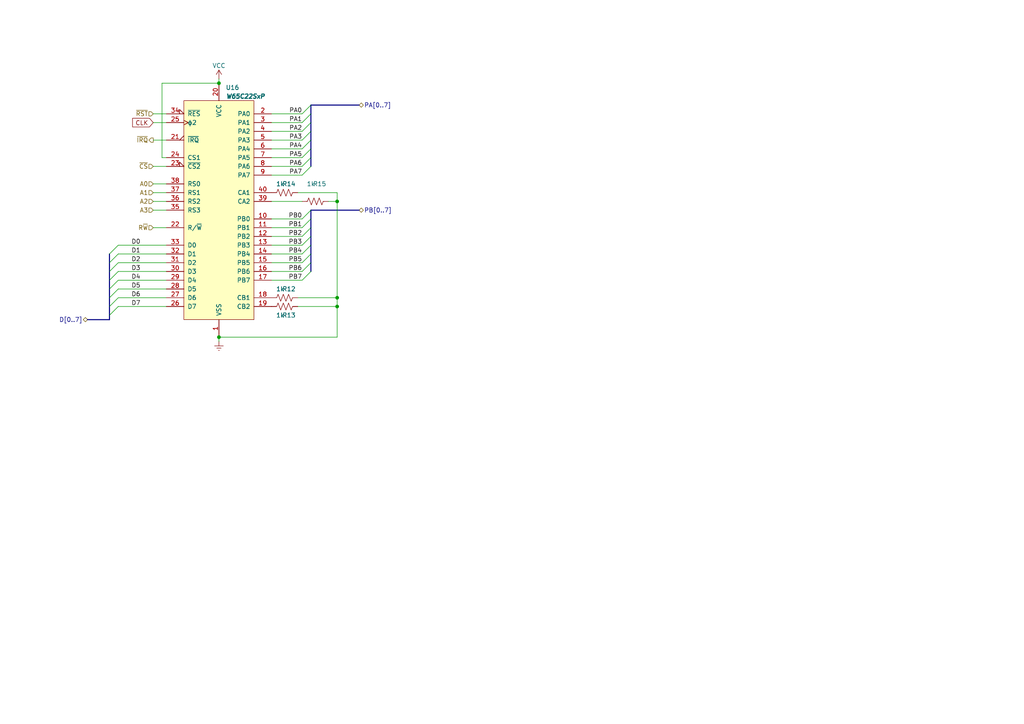
<source format=kicad_sch>
(kicad_sch (version 20230121) (generator eeschema)
  (paper "A4")
  (lib_symbols
    (symbol "65xx:W65C22SxP" (pin_names (offset 1.016))
      (property "Reference" "U" (at -10.16 33.02 0))
      (property "Value" "W65C22SxP" (at 0 0 90))
      (symbol "W65C22SxP_0_1"
        (rectangle (start -10.16 31.75) (end 10.16 -31.75) (fill (type background)))
      )
      (symbol "W65C22SxP_1_1"
        (pin power_in line (at 0 -36.83 90) (length 5.08) (name "VSS") (number "1"))
        (pin bidirectional line (at 15.24 -2.54 180) (length 5.08) (name "PB0") (number "10"))
        (pin bidirectional line (at 15.24 -5.08 180) (length 5.08) (name "PB1") (number "11"))
        (pin bidirectional line (at 15.24 -7.62 180) (length 5.08) (name "PB2") (number "12"))
        (pin bidirectional line (at 15.24 -10.16 180) (length 5.08) (name "PB3") (number "13"))
        (pin bidirectional line (at 15.24 -12.7 180) (length 5.08) (name "PB4") (number "14"))
        (pin bidirectional line (at 15.24 -15.24 180) (length 5.08) (name "PB5") (number "15"))
        (pin bidirectional line (at 15.24 -17.78 180) (length 5.08) (name "PB6") (number "16"))
        (pin bidirectional line (at 15.24 -20.32 180) (length 5.08) (name "PB7") (number "17"))
        (pin input line (at 15.24 -25.4 180) (length 5.08) (name "CB1") (number "18"))
        (pin bidirectional line (at 15.24 -27.94 180) (length 5.08) (name "CB2") (number "19"))
        (pin bidirectional line (at 15.24 27.94 180) (length 5.08) (name "PA0") (number "2"))
        (pin power_in line (at 0 36.83 270) (length 5.08) (name "VCC") (number "20"))
        (pin output output_low (at -15.24 20.32 0) (length 5.08) (name "~{IRQ}") (number "21"))
        (pin input line (at -15.24 -5.08 0) (length 5.08) (name "R/~{W}") (number "22"))
        (pin input input_low (at -15.24 12.7 0) (length 5.08) (name "~{CS2}") (number "23"))
        (pin input line (at -15.24 15.24 0) (length 5.08) (name "CS1") (number "24"))
        (pin input clock (at -15.24 25.4 0) (length 5.08) (name "ϕ2") (number "25"))
        (pin bidirectional line (at -15.24 -27.94 0) (length 5.08) (name "D7") (number "26"))
        (pin bidirectional line (at -15.24 -25.4 0) (length 5.08) (name "D6") (number "27"))
        (pin bidirectional line (at -15.24 -22.86 0) (length 5.08) (name "D5") (number "28"))
        (pin bidirectional line (at -15.24 -20.32 0) (length 5.08) (name "D4") (number "29"))
        (pin bidirectional line (at 15.24 25.4 180) (length 5.08) (name "PA1") (number "3"))
        (pin bidirectional line (at -15.24 -17.78 0) (length 5.08) (name "D3") (number "30"))
        (pin bidirectional line (at -15.24 -15.24 0) (length 5.08) (name "D2") (number "31"))
        (pin bidirectional line (at -15.24 -12.7 0) (length 5.08) (name "D1") (number "32"))
        (pin bidirectional line (at -15.24 -10.16 0) (length 5.08) (name "D0") (number "33"))
        (pin input input_low (at -15.24 27.94 0) (length 5.08) (name "~{RES}") (number "34"))
        (pin input line (at -15.24 0 0) (length 5.08) (name "RS3") (number "35"))
        (pin input line (at -15.24 2.54 0) (length 5.08) (name "RS2") (number "36"))
        (pin input line (at -15.24 5.08 0) (length 5.08) (name "RS1") (number "37"))
        (pin input line (at -15.24 7.62 0) (length 5.08) (name "RS0") (number "38"))
        (pin bidirectional line (at 15.24 2.54 180) (length 5.08) (name "CA2") (number "39"))
        (pin bidirectional line (at 15.24 22.86 180) (length 5.08) (name "PA2") (number "4"))
        (pin input line (at 15.24 5.08 180) (length 5.08) (name "CA1") (number "40"))
        (pin bidirectional line (at 15.24 20.32 180) (length 5.08) (name "PA3") (number "5"))
        (pin bidirectional line (at 15.24 17.78 180) (length 5.08) (name "PA4") (number "6"))
        (pin bidirectional line (at 15.24 15.24 180) (length 5.08) (name "PA5") (number "7"))
        (pin bidirectional line (at 15.24 12.7 180) (length 5.08) (name "PA6") (number "8"))
        (pin bidirectional line (at 15.24 10.16 180) (length 5.08) (name "PA7") (number "9"))
      )
    )
    (symbol "Device:R_US" (pin_numbers hide) (pin_names (offset 0))
      (property "Reference" "R" (at 2.54 0 90))
      (property "Value" "R_US" (at -2.54 0 90))
      (symbol "R_US_0_1"
        (polyline (pts (xy 0 -2.286) (xy 0 -2.54)))
        (polyline (pts (xy 0 2.286) (xy 0 2.54)))
        (polyline (pts (xy 0 -0.762) (xy 1.016 -1.143) (xy 0 -1.524) (xy -1.016 -1.905) (xy 0 -2.286)))
        (polyline (pts (xy 0 0.762) (xy 1.016 0.381) (xy 0 0) (xy -1.016 -0.381) (xy 0 -0.762)))
        (polyline (pts (xy 0 2.286) (xy 1.016 1.905) (xy 0 1.524) (xy -1.016 1.143) (xy 0 0.762)))
      )
      (symbol "R_US_1_1"
        (pin passive line (at 0 3.81 270) (length 1.27) (name "~") (number "1"))
        (pin passive line (at 0 -3.81 90) (length 1.27) (name "~") (number "2"))
      )
    )
    (symbol "power:Earth" (power) (pin_names (offset 0))
      (symbol "Earth_0_1"
        (polyline (pts (xy -0.635 -1.905) (xy 0.635 -1.905)))
        (polyline (pts (xy -0.127 -2.54) (xy 0.127 -2.54)))
        (polyline (pts (xy 0 -1.27) (xy 0 0)))
        (polyline (pts (xy 1.27 -1.27) (xy -1.27 -1.27)))
      )
      (symbol "Earth_1_1"
        (pin power_in line (at 0 0 270) (length 0) hide (name "Earth") (number "1"))
      )
    )
    (symbol "power:VCC" (power) (pin_names (offset 0))
      (property "Value" "VCC" (at 0 3.81 0))
      (symbol "VCC_0_1"
        (polyline (pts (xy -0.762 1.27) (xy 0 2.54)))
        (polyline (pts (xy 0 0) (xy 0 2.54)))
        (polyline (pts (xy 0 2.54) (xy 0.762 1.27)))
      )
      (symbol "VCC_1_1"
        (pin power_in line (at 0 0 90) (length 0) hide (name "VCC") (number "1"))
      )
    )
  )
  (junction (at 97.79 58.42))
  (junction (at 97.79 88.9))
  (junction (at 63.5 24.13))
  (junction (at 63.5 97.79))
  (junction (at 97.79 86.36))
  (bus_entry (at 90.17 43.18) (size -2.54 2.54))
  (bus_entry (at 90.17 40.64) (size -2.54 2.54))
  (bus_entry (at 90.17 48.26) (size -2.54 2.54))
  (bus_entry (at 31.75 76.2) (size 2.54 -2.54))
  (bus_entry (at 31.75 86.36) (size 2.54 -2.54))
  (bus_entry (at 31.75 73.66) (size 2.54 -2.54))
  (bus_entry (at 90.17 45.72) (size -2.54 2.54))
  (bus_entry (at 31.75 78.74) (size 2.54 -2.54))
  (bus_entry (at 31.75 88.9) (size 2.54 -2.54))
  (bus_entry (at 90.17 35.56) (size -2.54 2.54))
  (bus_entry (at 90.17 38.1) (size -2.54 2.54))
  (bus_entry (at 90.17 30.48) (size -2.54 2.54))
  (bus_entry (at 90.17 71.12) (size -2.54 2.54))
  (bus_entry (at 90.17 60.96) (size -2.54 2.54))
  (bus_entry (at 90.17 33.02) (size -2.54 2.54))
  (bus_entry (at 90.17 76.2) (size -2.54 2.54))
  (bus_entry (at 31.75 91.44) (size 2.54 -2.54))
  (bus_entry (at 90.17 68.58) (size -2.54 2.54))
  (bus_entry (at 90.17 66.04) (size -2.54 2.54))
  (bus_entry (at 90.17 78.74) (size -2.54 2.54))
  (bus_entry (at 31.75 81.28) (size 2.54 -2.54))
  (bus_entry (at 90.17 73.66) (size -2.54 2.54))
  (bus_entry (at 90.17 63.5) (size -2.54 2.54))
  (bus_entry (at 31.75 83.82) (size 2.54 -2.54))
  (bus (pts (xy 31.75 91.44) (xy 31.75 92.71)))
  (wire (pts (xy 46.99 24.13) (xy 63.5 24.13)))
  (wire (pts (xy 78.74 81.28) (xy 87.63 81.28)))
  (wire (pts (xy 78.74 50.8) (xy 87.63 50.8)))
  (bus (pts (xy 90.17 63.5) (xy 90.17 66.04)))
  (wire (pts (xy 78.74 66.04) (xy 87.63 66.04)))
  (wire (pts (xy 44.45 60.96) (xy 48.26 60.96)))
  (wire (pts (xy 78.74 71.12) (xy 87.63 71.12)))
  (wire (pts (xy 46.99 45.72) (xy 48.26 45.72)))
  (wire (pts (xy 44.45 40.64) (xy 48.26 40.64)))
  (bus (pts (xy 90.17 33.02) (xy 90.17 35.56)))
  (wire (pts (xy 44.45 48.26) (xy 48.26 48.26)))
  (wire (pts (xy 86.36 88.9) (xy 97.79 88.9)))
  (bus (pts (xy 90.17 38.1) (xy 90.17 40.64)))
  (bus (pts (xy 31.75 78.74) (xy 31.75 81.28)))
  (wire (pts (xy 46.99 24.13) (xy 46.99 45.72)))
  (bus (pts (xy 90.17 35.56) (xy 90.17 38.1)))
  (wire (pts (xy 78.74 68.58) (xy 87.63 68.58)))
  (wire (pts (xy 34.29 83.82) (xy 48.26 83.82)))
  (wire (pts (xy 78.74 35.56) (xy 87.63 35.56)))
  (wire (pts (xy 78.74 38.1) (xy 87.63 38.1)))
  (wire (pts (xy 86.36 55.88) (xy 97.79 55.88)))
  (wire (pts (xy 34.29 86.36) (xy 48.26 86.36)))
  (bus (pts (xy 90.17 71.12) (xy 90.17 73.66)))
  (wire (pts (xy 78.74 63.5) (xy 87.63 63.5)))
  (bus (pts (xy 31.75 73.66) (xy 31.75 76.2)))
  (wire (pts (xy 44.45 35.56) (xy 48.26 35.56)))
  (wire (pts (xy 97.79 88.9) (xy 97.79 97.79)))
  (bus (pts (xy 90.17 66.04) (xy 90.17 68.58)))
  (wire (pts (xy 78.74 40.64) (xy 87.63 40.64)))
  (bus (pts (xy 31.75 81.28) (xy 31.75 83.82)))
  (wire (pts (xy 78.74 76.2) (xy 87.63 76.2)))
  (wire (pts (xy 34.29 73.66) (xy 48.26 73.66)))
  (wire (pts (xy 34.29 88.9) (xy 48.26 88.9)))
  (wire (pts (xy 44.45 33.02) (xy 48.26 33.02)))
  (wire (pts (xy 97.79 86.36) (xy 86.36 86.36)))
  (wire (pts (xy 34.29 71.12) (xy 48.26 71.12)))
  (wire (pts (xy 78.74 73.66) (xy 87.63 73.66)))
  (bus (pts (xy 90.17 68.58) (xy 90.17 71.12)))
  (wire (pts (xy 78.74 33.02) (xy 87.63 33.02)))
  (bus (pts (xy 31.75 88.9) (xy 31.75 91.44)))
  (bus (pts (xy 90.17 73.66) (xy 90.17 76.2)))
  (wire (pts (xy 78.74 45.72) (xy 87.63 45.72)))
  (wire (pts (xy 78.74 78.74) (xy 87.63 78.74)))
  (wire (pts (xy 78.74 48.26) (xy 87.63 48.26)))
  (wire (pts (xy 44.45 66.04) (xy 48.26 66.04)))
  (wire (pts (xy 34.29 78.74) (xy 48.26 78.74)))
  (bus (pts (xy 104.14 60.96) (xy 90.17 60.96)))
  (bus (pts (xy 90.17 60.96) (xy 90.17 63.5)))
  (bus (pts (xy 25.4 92.71) (xy 31.75 92.71)))
  (wire (pts (xy 78.74 43.18) (xy 87.63 43.18)))
  (bus (pts (xy 90.17 30.48) (xy 90.17 33.02)))
  (bus (pts (xy 90.17 45.72) (xy 90.17 48.26)))
  (wire (pts (xy 97.79 97.79) (xy 63.5 97.79)))
  (wire (pts (xy 34.29 76.2) (xy 48.26 76.2)))
  (wire (pts (xy 63.5 24.13) (xy 63.5 22.86)))
  (bus (pts (xy 31.75 86.36) (xy 31.75 88.9)))
  (wire (pts (xy 34.29 81.28) (xy 48.26 81.28)))
  (wire (pts (xy 97.79 86.36) (xy 97.79 88.9)))
  (bus (pts (xy 31.75 83.82) (xy 31.75 86.36)))
  (wire (pts (xy 78.74 58.42) (xy 87.63 58.42)))
  (bus (pts (xy 31.75 76.2) (xy 31.75 78.74)))
  (wire (pts (xy 63.5 99.06) (xy 63.5 97.79)))
  (bus (pts (xy 90.17 40.64) (xy 90.17 43.18)))
  (bus (pts (xy 90.17 76.2) (xy 90.17 78.74)))
  (wire (pts (xy 97.79 55.88) (xy 97.79 58.42)))
  (wire (pts (xy 95.25 58.42) (xy 97.79 58.42)))
  (wire (pts (xy 44.45 55.88) (xy 48.26 55.88)))
  (wire (pts (xy 44.45 58.42) (xy 48.26 58.42)))
  (bus (pts (xy 90.17 43.18) (xy 90.17 45.72)))
  (wire (pts (xy 97.79 58.42) (xy 97.79 86.36)))
  (wire (pts (xy 44.45 53.34) (xy 48.26 53.34)))
  (bus (pts (xy 90.17 30.48) (xy 104.14 30.48)))
  (label "PB1" (at 87.63 66.04 180))
  (label "PA4" (at 87.63 43.18 180))
  (label "PA1" (at 87.63 35.56 180))
  (label "PA0" (at 87.63 33.02 180))
  (label "D1" (at 38.1 73.66 0))
  (label "D3" (at 38.1 78.74 0))
  (label "D0" (at 38.1 71.12 0))
  (label "D7" (at 38.1 88.9 0))
  (label "PA3" (at 87.63 40.64 180))
  (label "PA5" (at 87.63 45.72 180))
  (label "PB7" (at 87.63 81.28 180))
  (label "D5" (at 38.1 83.82 0))
  (label "D2" (at 38.1 76.2 0))
  (label "PB6" (at 87.63 78.74 180))
  (label "D4" (at 38.1 81.28 0))
  (label "PA6" (at 87.63 48.26 180))
  (label "PB0" (at 87.63 63.5 180))
  (label "PB5" (at 87.63 76.2 180))
  (label "PB2" (at 87.63 68.58 180))
  (label "PA7" (at 87.63 50.8 180))
  (label "D6" (at 38.1 86.36 0))
  (label "PB4" (at 87.63 73.66 180))
  (label "PB3" (at 87.63 71.12 180))
  (label "PA2" (at 87.63 38.1 180))
  (global_label "CLK" (shape input) (at 44.45 35.56 180) (property "Intersheetrefs" "${INTERSHEET_REFS}" (effects hide)))
  (hierarchical_label "R~{W}" (shape input) (at 44.45 66.04 180))
  (hierarchical_label "PA[0..7]" (shape bidirectional) (at 104.14 30.48 0))
  (hierarchical_label "PB[0..7]" (shape bidirectional) (at 104.14 60.96 0))
  (hierarchical_label "~{IRQ}" (shape output) (at 44.45 40.64 180))
  (hierarchical_label "A0" (shape input) (at 44.45 53.34 180))
  (hierarchical_label "~{RST}" (shape input) (at 44.45 33.02 180))
  (hierarchical_label "D[0..7]" (shape tri_state) (at 25.4 92.71 180))
  (hierarchical_label "~{CS}" (shape input) (at 44.45 48.26 180))
  (hierarchical_label "A3" (shape input) (at 44.45 60.96 180))
  (hierarchical_label "A2" (shape input) (at 44.45 58.42 180))
  (hierarchical_label "A1" (shape input) (at 44.45 55.88 180))
  (symbol (lib_id "65xx:W65C22SxP") (at 63.5 60.96 0) (unit 1)
    (property "Reference" "U16" (at 65.4559 25.4 0) (effects (justify left)))
    (property "Value" "W65C22SxP" (at 65.4559 27.94 0) (effects (font bold italic) (justify left)))
    (property "Footprint" "Package_DIP:DIP-40_W15.24mm" (effects hide))
    (property "Datasheet" "http://www.westerndesigncenter.com/wdc/documentation/w65c22.pdf" (effects hide))
    (instances (project "rod6502" (path "" (reference "U16") (unit 1)) (path "" (reference "U13") (unit 1))))
  )
  (symbol (lib_id "Device:R_US") (at 82.55 55.88 90) (unit 1)
    (property "Reference" "R14" (at 83.82 53.34 90))
    (property "Value" "1k" (at 81.28 53.34 90))
    (instances (project "rod6502" (path "" (reference "R14") (unit 1)) (path "" (reference "R3") (unit 1))))
  )
  (symbol (lib_id "power:VCC") (at 63.5 22.86 0) (unit 1)
    (property "Reference" "#PWR019" (effects hide))
    (property "Value" "+5V" (at 63.5 19.05 0))
    (instances (project "rod6502" (path "" (reference "#PWR019") (unit 1)) (path "" (reference "#PWR032") (unit 1))))
  )
  (symbol (lib_id "power:Earth") (at 63.5 99.06 0) (unit 1)
    (property "Reference" "#PWR020" (effects hide))
    (property "Value" "Earth" (effects hide))
    (instances (project "rod6502" (path "" (reference "#PWR020") (unit 1)) (path "" (reference "#PWR033") (unit 1))))
  )
  (symbol (lib_id "Device:R_US") (at 82.55 86.36 90) (unit 1)
    (property "Reference" "R12" (at 83.82 83.82 90))
    (property "Value" "1k" (at 81.28 83.82 90))
    (instances (project "rod6502" (path "" (reference "R12") (unit 1)) (path "" (reference "R5") (unit 1))))
  )
  (symbol (lib_id "Device:R_US") (at 82.55 88.9 90) (unit 1)
    (property "Reference" "R13" (at 83.82 91.44 90))
    (property "Value" "1k" (at 81.28 91.44 90))
    (instances (project "rod6502" (path "" (reference "R13") (unit 1)) (path "" (reference "R6") (unit 1))))
  )
  (symbol (lib_id "Device:R_US") (at 91.44 58.42 90) (unit 1)
    (property "Reference" "R15" (at 92.71 53.34 90))
    (property "Value" "1k" (at 90.17 53.34 90))
    (instances (project "rod6502" (path "" (reference "R15") (unit 1)) (path "" (reference "R4") (unit 1))))
  )
)
</source>
